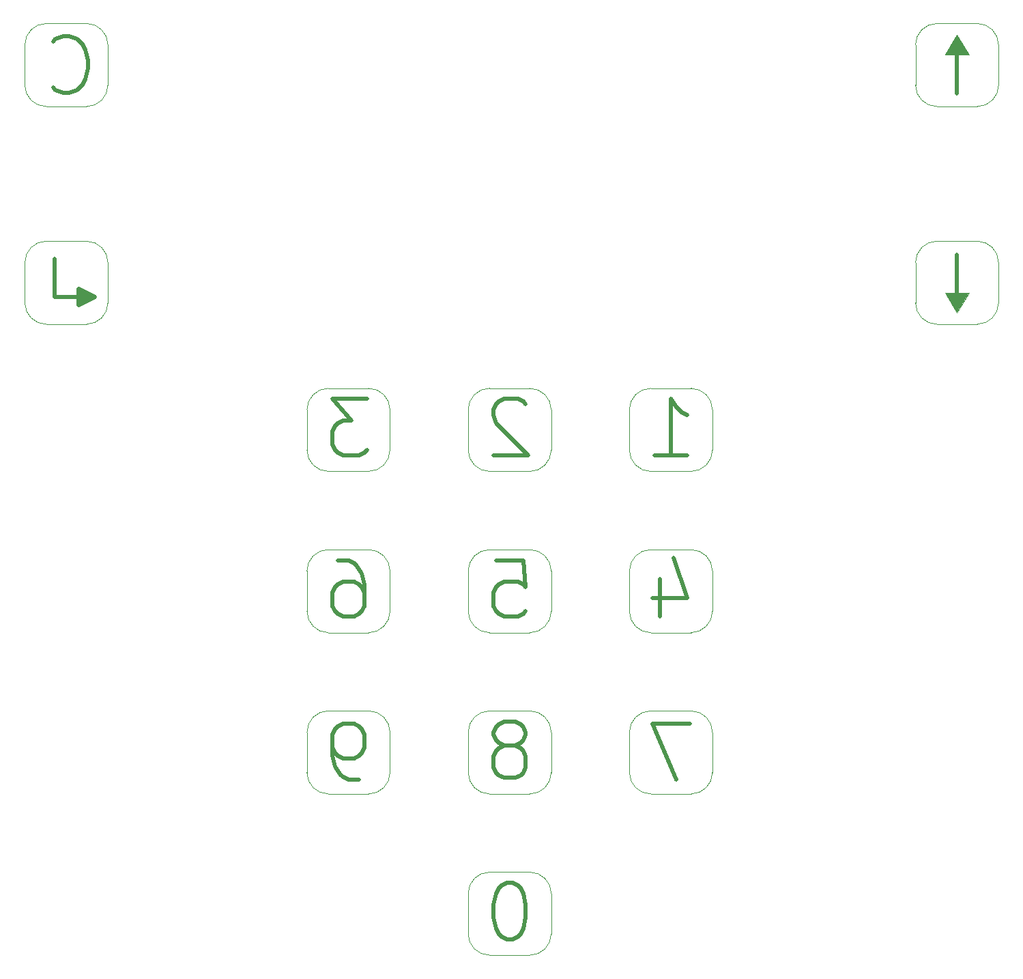
<source format=gbr>
G04 #@! TF.GenerationSoftware,KiCad,Pcbnew,(5.1.6)-1*
G04 #@! TF.CreationDate,2020-10-27T15:14:38-03:00*
G04 #@! TF.ProjectId,PanelFrontal,50616e65-6c46-4726-9f6e-74616c2e6b69,v1.0*
G04 #@! TF.SameCoordinates,Original*
G04 #@! TF.FileFunction,Legend,Bot*
G04 #@! TF.FilePolarity,Positive*
%FSLAX46Y46*%
G04 Gerber Fmt 4.6, Leading zero omitted, Abs format (unit mm)*
G04 Created by KiCad (PCBNEW (5.1.6)-1) date 2020-10-27 15:14:38*
%MOMM*%
%LPD*%
G01*
G04 APERTURE LIST*
%ADD10C,0.500000*%
%ADD11C,0.100000*%
%ADD12C,0.120000*%
G04 APERTURE END LIST*
D10*
X164333333Y-182166666D02*
X163666666Y-182166666D01*
X163000000Y-182500000D01*
X162666666Y-182833333D01*
X162333333Y-183500000D01*
X162000000Y-184833333D01*
X162000000Y-186500000D01*
X162333333Y-187833333D01*
X162666666Y-188500000D01*
X163000000Y-188833333D01*
X163666666Y-189166666D01*
X164333333Y-189166666D01*
X165000000Y-188833333D01*
X165333333Y-188500000D01*
X165666666Y-187833333D01*
X166000000Y-186500000D01*
X166000000Y-184833333D01*
X165666666Y-183500000D01*
X165333333Y-182833333D01*
X165000000Y-182500000D01*
X164333333Y-182166666D01*
X219500000Y-104250000D02*
X219500000Y-111000000D01*
D11*
G36*
X219500000Y-111500000D02*
G01*
X218000000Y-109000000D01*
X221000000Y-109000000D01*
X219500000Y-111500000D01*
G37*
X219500000Y-111500000D02*
X218000000Y-109000000D01*
X221000000Y-109000000D01*
X219500000Y-111500000D01*
G36*
X221000000Y-79500000D02*
G01*
X218000000Y-79500000D01*
X219500000Y-77000000D01*
X221000000Y-79500000D01*
G37*
X221000000Y-79500000D02*
X218000000Y-79500000D01*
X219500000Y-77000000D01*
X221000000Y-79500000D01*
D10*
X219500000Y-84250000D02*
X219500000Y-77500000D01*
D11*
G36*
X112500000Y-109500000D02*
G01*
X110500000Y-110500000D01*
X110500000Y-108500000D01*
X112500000Y-109500000D01*
G37*
X112500000Y-109500000D02*
X110500000Y-110500000D01*
X110500000Y-108500000D01*
X112500000Y-109500000D01*
D10*
X110500000Y-110500000D02*
X110500000Y-108500000D01*
X112500000Y-109500000D02*
X110500000Y-108500000D01*
X112500000Y-109500000D02*
X110500000Y-110500000D01*
X107500000Y-109500000D02*
X112500000Y-109500000D01*
X107500000Y-104750000D02*
X107500000Y-109500000D01*
X107333333Y-83500000D02*
X107666666Y-83833333D01*
X108666666Y-84166666D01*
X109333333Y-84166666D01*
X110333333Y-83833333D01*
X111000000Y-83166666D01*
X111333333Y-82500000D01*
X111666666Y-81166666D01*
X111666666Y-80166666D01*
X111333333Y-78833333D01*
X111000000Y-78166666D01*
X110333333Y-77500000D01*
X109333333Y-77166666D01*
X108666666Y-77166666D01*
X107666666Y-77500000D01*
X107333333Y-77833333D01*
X145333333Y-169416666D02*
X144000000Y-169416666D01*
X143333333Y-169083333D01*
X143000000Y-168750000D01*
X142333333Y-167750000D01*
X142000000Y-166416666D01*
X142000000Y-163750000D01*
X142333333Y-163083333D01*
X142666666Y-162750000D01*
X143333333Y-162416666D01*
X144666666Y-162416666D01*
X145333333Y-162750000D01*
X145666666Y-163083333D01*
X146000000Y-163750000D01*
X146000000Y-165416666D01*
X145666666Y-166083333D01*
X145333333Y-166416666D01*
X144666666Y-166750000D01*
X143333333Y-166750000D01*
X142666666Y-166416666D01*
X142333333Y-166083333D01*
X142000000Y-165416666D01*
X164666666Y-165166666D02*
X165333333Y-164833333D01*
X165666666Y-164500000D01*
X166000000Y-163833333D01*
X166000000Y-163500000D01*
X165666666Y-162833333D01*
X165333333Y-162500000D01*
X164666666Y-162166666D01*
X163333333Y-162166666D01*
X162666666Y-162500000D01*
X162333333Y-162833333D01*
X162000000Y-163500000D01*
X162000000Y-163833333D01*
X162333333Y-164500000D01*
X162666666Y-164833333D01*
X163333333Y-165166666D01*
X164666666Y-165166666D01*
X165333333Y-165500000D01*
X165666666Y-165833333D01*
X166000000Y-166500000D01*
X166000000Y-167833333D01*
X165666666Y-168500000D01*
X165333333Y-168833333D01*
X164666666Y-169166666D01*
X163333333Y-169166666D01*
X162666666Y-168833333D01*
X162333333Y-168500000D01*
X162000000Y-167833333D01*
X162000000Y-166500000D01*
X162333333Y-165833333D01*
X162666666Y-165500000D01*
X163333333Y-165166666D01*
X186333333Y-162416666D02*
X181666666Y-162416666D01*
X184666666Y-169416666D01*
X142666666Y-142166666D02*
X144000000Y-142166666D01*
X144666666Y-142500000D01*
X145000000Y-142833333D01*
X145666666Y-143833333D01*
X146000000Y-145166666D01*
X146000000Y-147833333D01*
X145666666Y-148500000D01*
X145333333Y-148833333D01*
X144666666Y-149166666D01*
X143333333Y-149166666D01*
X142666666Y-148833333D01*
X142333333Y-148500000D01*
X142000000Y-147833333D01*
X142000000Y-146166666D01*
X142333333Y-145500000D01*
X142666666Y-145166666D01*
X143333333Y-144833333D01*
X144666666Y-144833333D01*
X145333333Y-145166666D01*
X145666666Y-145500000D01*
X146000000Y-146166666D01*
X162333333Y-142166666D02*
X165666666Y-142166666D01*
X166000000Y-145500000D01*
X165666666Y-145166666D01*
X165000000Y-144833333D01*
X163333333Y-144833333D01*
X162666666Y-145166666D01*
X162333333Y-145500000D01*
X162000000Y-146166666D01*
X162000000Y-147833333D01*
X162333333Y-148500000D01*
X162666666Y-148833333D01*
X163333333Y-149166666D01*
X165000000Y-149166666D01*
X165666666Y-148833333D01*
X166000000Y-148500000D01*
X182666666Y-144500000D02*
X182666666Y-149166666D01*
X184333333Y-141833333D02*
X186000000Y-146833333D01*
X181666666Y-146833333D01*
X146333333Y-122166666D02*
X142000000Y-122166666D01*
X144333333Y-124833333D01*
X143333333Y-124833333D01*
X142666666Y-125166666D01*
X142333333Y-125500000D01*
X142000000Y-126166666D01*
X142000000Y-127833333D01*
X142333333Y-128500000D01*
X142666666Y-128833333D01*
X143333333Y-129166666D01*
X145333333Y-129166666D01*
X146000000Y-128833333D01*
X146333333Y-128500000D01*
X166000000Y-122833333D02*
X165666666Y-122500000D01*
X165000000Y-122166666D01*
X163333333Y-122166666D01*
X162666666Y-122500000D01*
X162333333Y-122833333D01*
X162000000Y-123500000D01*
X162000000Y-124166666D01*
X162333333Y-125166666D01*
X166333333Y-129166666D01*
X162000000Y-129166666D01*
X182000000Y-129166666D02*
X186000000Y-129166666D01*
X184000000Y-129166666D02*
X184000000Y-122166666D01*
X184666666Y-123166666D01*
X185333333Y-123833333D01*
X186000000Y-124166666D01*
D12*
X222000000Y-112900000D02*
X217000000Y-112900000D01*
X224650000Y-110250000D02*
X224650000Y-105250000D01*
X214350000Y-105250000D02*
X214350000Y-110250000D01*
X217000000Y-102600000D02*
X222000000Y-102600000D01*
X224650000Y-105250000D02*
G75*
G03*
X222000000Y-102600000I-2650000J0D01*
G01*
X217000000Y-102600000D02*
G75*
G03*
X214350000Y-105250000I0J-2650000D01*
G01*
X214350000Y-110250000D02*
G75*
G03*
X217000000Y-112900000I2650000J0D01*
G01*
X222000000Y-112900000D02*
G75*
G03*
X224650000Y-110250000I0J2650000D01*
G01*
X222000000Y-85900000D02*
X217000000Y-85900000D01*
X224650000Y-83250000D02*
X224650000Y-78250000D01*
X214350000Y-78250000D02*
X214350000Y-83250000D01*
X217000000Y-75600000D02*
X222000000Y-75600000D01*
X224650000Y-78250000D02*
G75*
G03*
X222000000Y-75600000I-2650000J0D01*
G01*
X217000000Y-75600000D02*
G75*
G03*
X214350000Y-78250000I0J-2650000D01*
G01*
X214350000Y-83250000D02*
G75*
G03*
X217000000Y-85900000I2650000J0D01*
G01*
X222000000Y-85900000D02*
G75*
G03*
X224650000Y-83250000I0J2650000D01*
G01*
X111500000Y-112900000D02*
X106500000Y-112900000D01*
X114150000Y-110250000D02*
X114150000Y-105250000D01*
X103850000Y-105250000D02*
X103850000Y-110250000D01*
X106500000Y-102600000D02*
X111500000Y-102600000D01*
X114150000Y-105250000D02*
G75*
G03*
X111500000Y-102600000I-2650000J0D01*
G01*
X106500000Y-102600000D02*
G75*
G03*
X103850000Y-105250000I0J-2650000D01*
G01*
X103850000Y-110250000D02*
G75*
G03*
X106500000Y-112900000I2650000J0D01*
G01*
X111500000Y-112900000D02*
G75*
G03*
X114150000Y-110250000I0J2650000D01*
G01*
X111500000Y-85900000D02*
X106500000Y-85900000D01*
X114150000Y-83250000D02*
X114150000Y-78250000D01*
X103850000Y-78250000D02*
X103850000Y-83250000D01*
X106500000Y-75600000D02*
X111500000Y-75600000D01*
X114150000Y-78250000D02*
G75*
G03*
X111500000Y-75600000I-2650000J0D01*
G01*
X106500000Y-75600000D02*
G75*
G03*
X103850000Y-78250000I0J-2650000D01*
G01*
X103850000Y-83250000D02*
G75*
G03*
X106500000Y-85900000I2650000J0D01*
G01*
X111500000Y-85900000D02*
G75*
G03*
X114150000Y-83250000I0J2650000D01*
G01*
X166500000Y-191150000D02*
X161500000Y-191150000D01*
X169150000Y-188500000D02*
X169150000Y-183500000D01*
X158850000Y-183500000D02*
X158850000Y-188500000D01*
X161500000Y-180850000D02*
X166500000Y-180850000D01*
X169150000Y-183500000D02*
G75*
G03*
X166500000Y-180850000I-2650000J0D01*
G01*
X161500000Y-180850000D02*
G75*
G03*
X158850000Y-183500000I0J-2650000D01*
G01*
X158850000Y-188500000D02*
G75*
G03*
X161500000Y-191150000I2650000J0D01*
G01*
X166500000Y-191150000D02*
G75*
G03*
X169150000Y-188500000I0J2650000D01*
G01*
X146500000Y-171150000D02*
X141500000Y-171150000D01*
X149150000Y-168500000D02*
X149150000Y-163500000D01*
X138850000Y-163500000D02*
X138850000Y-168500000D01*
X141500000Y-160850000D02*
X146500000Y-160850000D01*
X149150000Y-163500000D02*
G75*
G03*
X146500000Y-160850000I-2650000J0D01*
G01*
X141500000Y-160850000D02*
G75*
G03*
X138850000Y-163500000I0J-2650000D01*
G01*
X138850000Y-168500000D02*
G75*
G03*
X141500000Y-171150000I2650000J0D01*
G01*
X146500000Y-171150000D02*
G75*
G03*
X149150000Y-168500000I0J2650000D01*
G01*
X166500000Y-171150000D02*
X161500000Y-171150000D01*
X169150000Y-168500000D02*
X169150000Y-163500000D01*
X158850000Y-163500000D02*
X158850000Y-168500000D01*
X161500000Y-160850000D02*
X166500000Y-160850000D01*
X169150000Y-163500000D02*
G75*
G03*
X166500000Y-160850000I-2650000J0D01*
G01*
X161500000Y-160850000D02*
G75*
G03*
X158850000Y-163500000I0J-2650000D01*
G01*
X158850000Y-168500000D02*
G75*
G03*
X161500000Y-171150000I2650000J0D01*
G01*
X166500000Y-171150000D02*
G75*
G03*
X169150000Y-168500000I0J2650000D01*
G01*
X186500000Y-171150000D02*
X181500000Y-171150000D01*
X189150000Y-168500000D02*
X189150000Y-163500000D01*
X178850000Y-163500000D02*
X178850000Y-168500000D01*
X181500000Y-160850000D02*
X186500000Y-160850000D01*
X189150000Y-163500000D02*
G75*
G03*
X186500000Y-160850000I-2650000J0D01*
G01*
X181500000Y-160850000D02*
G75*
G03*
X178850000Y-163500000I0J-2650000D01*
G01*
X178850000Y-168500000D02*
G75*
G03*
X181500000Y-171150000I2650000J0D01*
G01*
X186500000Y-171150000D02*
G75*
G03*
X189150000Y-168500000I0J2650000D01*
G01*
X146500000Y-151150000D02*
X141500000Y-151150000D01*
X149150000Y-148500000D02*
X149150000Y-143500000D01*
X138850000Y-143500000D02*
X138850000Y-148500000D01*
X141500000Y-140850000D02*
X146500000Y-140850000D01*
X149150000Y-143500000D02*
G75*
G03*
X146500000Y-140850000I-2650000J0D01*
G01*
X141500000Y-140850000D02*
G75*
G03*
X138850000Y-143500000I0J-2650000D01*
G01*
X138850000Y-148500000D02*
G75*
G03*
X141500000Y-151150000I2650000J0D01*
G01*
X146500000Y-151150000D02*
G75*
G03*
X149150000Y-148500000I0J2650000D01*
G01*
X166500000Y-151150000D02*
X161500000Y-151150000D01*
X169150000Y-148500000D02*
X169150000Y-143500000D01*
X158850000Y-143500000D02*
X158850000Y-148500000D01*
X161500000Y-140850000D02*
X166500000Y-140850000D01*
X169150000Y-143500000D02*
G75*
G03*
X166500000Y-140850000I-2650000J0D01*
G01*
X161500000Y-140850000D02*
G75*
G03*
X158850000Y-143500000I0J-2650000D01*
G01*
X158850000Y-148500000D02*
G75*
G03*
X161500000Y-151150000I2650000J0D01*
G01*
X166500000Y-151150000D02*
G75*
G03*
X169150000Y-148500000I0J2650000D01*
G01*
X186500000Y-151150000D02*
X181500000Y-151150000D01*
X189150000Y-148500000D02*
X189150000Y-143500000D01*
X178850000Y-143500000D02*
X178850000Y-148500000D01*
X181500000Y-140850000D02*
X186500000Y-140850000D01*
X189150000Y-143500000D02*
G75*
G03*
X186500000Y-140850000I-2650000J0D01*
G01*
X181500000Y-140850000D02*
G75*
G03*
X178850000Y-143500000I0J-2650000D01*
G01*
X178850000Y-148500000D02*
G75*
G03*
X181500000Y-151150000I2650000J0D01*
G01*
X186500000Y-151150000D02*
G75*
G03*
X189150000Y-148500000I0J2650000D01*
G01*
X146500000Y-131150000D02*
X141500000Y-131150000D01*
X149150000Y-128500000D02*
X149150000Y-123500000D01*
X138850000Y-123500000D02*
X138850000Y-128500000D01*
X141500000Y-120850000D02*
X146500000Y-120850000D01*
X149150000Y-123500000D02*
G75*
G03*
X146500000Y-120850000I-2650000J0D01*
G01*
X141500000Y-120850000D02*
G75*
G03*
X138850000Y-123500000I0J-2650000D01*
G01*
X138850000Y-128500000D02*
G75*
G03*
X141500000Y-131150000I2650000J0D01*
G01*
X146500000Y-131150000D02*
G75*
G03*
X149150000Y-128500000I0J2650000D01*
G01*
X166500000Y-131150000D02*
X161500000Y-131150000D01*
X169150000Y-128500000D02*
X169150000Y-123500000D01*
X158850000Y-123500000D02*
X158850000Y-128500000D01*
X161500000Y-120850000D02*
X166500000Y-120850000D01*
X169150000Y-123500000D02*
G75*
G03*
X166500000Y-120850000I-2650000J0D01*
G01*
X161500000Y-120850000D02*
G75*
G03*
X158850000Y-123500000I0J-2650000D01*
G01*
X158850000Y-128500000D02*
G75*
G03*
X161500000Y-131150000I2650000J0D01*
G01*
X166500000Y-131150000D02*
G75*
G03*
X169150000Y-128500000I0J2650000D01*
G01*
X186500000Y-131150000D02*
X181500000Y-131150000D01*
X189150000Y-128500000D02*
X189150000Y-123500000D01*
X178850000Y-123500000D02*
X178850000Y-128500000D01*
X181500000Y-120850000D02*
X186500000Y-120850000D01*
X189150000Y-123500000D02*
G75*
G03*
X186500000Y-120850000I-2650000J0D01*
G01*
X181500000Y-120850000D02*
G75*
G03*
X178850000Y-123500000I0J-2650000D01*
G01*
X178850000Y-128500000D02*
G75*
G03*
X181500000Y-131150000I2650000J0D01*
G01*
X186500000Y-131150000D02*
G75*
G03*
X189150000Y-128500000I0J2650000D01*
G01*
M02*

</source>
